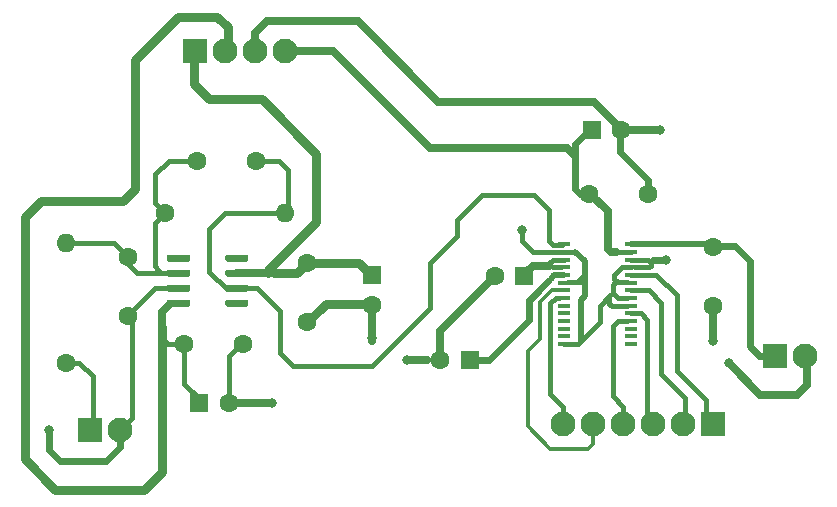
<source format=gtl>
G04 #@! TF.GenerationSoftware,KiCad,Pcbnew,(5.1.2)-1*
G04 #@! TF.CreationDate,2019-12-18T16:16:50-05:00*
G04 #@! TF.ProjectId,adcBoard,61646342-6f61-4726-942e-6b696361645f,rev?*
G04 #@! TF.SameCoordinates,Original*
G04 #@! TF.FileFunction,Copper,L1,Top*
G04 #@! TF.FilePolarity,Positive*
%FSLAX46Y46*%
G04 Gerber Fmt 4.6, Leading zero omitted, Abs format (unit mm)*
G04 Created by KiCad (PCBNEW (5.1.2)-1) date 2019-12-18 16:16:50*
%MOMM*%
%LPD*%
G04 APERTURE LIST*
%ADD10R,1.100000X0.400000*%
%ADD11R,1.600000X1.600000*%
%ADD12C,1.600000*%
%ADD13R,2.100000X2.100000*%
%ADD14C,2.100000*%
%ADD15O,1.600000X1.600000*%
%ADD16C,0.100000*%
%ADD17C,0.600000*%
%ADD18C,0.800000*%
%ADD19C,0.800000*%
%ADD20C,0.450000*%
%ADD21C,0.700000*%
%ADD22C,0.400000*%
%ADD23C,0.500000*%
%ADD24C,0.600000*%
%ADD25C,0.250000*%
%ADD26C,0.380000*%
G04 APERTURE END LIST*
D10*
X114150000Y-105675000D03*
X114150000Y-106325000D03*
X114150000Y-106975000D03*
X114150000Y-107625000D03*
X114150000Y-108275000D03*
X114150000Y-108925000D03*
X114150000Y-109575000D03*
X114150000Y-110225000D03*
X114150000Y-110875000D03*
X114150000Y-111525000D03*
X114150000Y-112175000D03*
X114150000Y-112825000D03*
X114150000Y-113475000D03*
X114150000Y-114125000D03*
X119850000Y-114125000D03*
X119850000Y-113475000D03*
X119850000Y-112825000D03*
X119850000Y-112175000D03*
X119850000Y-111525000D03*
X119850000Y-110875000D03*
X119850000Y-110225000D03*
X119850000Y-109575000D03*
X119850000Y-108925000D03*
X119850000Y-108275000D03*
X119850000Y-107625000D03*
X119850000Y-106975000D03*
X119850000Y-106325000D03*
X119850000Y-105675000D03*
D11*
X97900000Y-108300000D03*
D12*
X97900000Y-110800000D03*
X92400000Y-107300000D03*
X92400000Y-112300000D03*
X77250000Y-111750000D03*
X77250000Y-106750000D03*
X85800000Y-119100000D03*
D11*
X83300000Y-119100000D03*
D12*
X87000000Y-114100000D03*
X82000000Y-114100000D03*
X83100000Y-98600000D03*
X88100000Y-98600000D03*
X108300000Y-108400000D03*
D11*
X110800000Y-108400000D03*
X106200000Y-115500000D03*
D12*
X103700000Y-115500000D03*
X126800000Y-105900000D03*
X126800000Y-110900000D03*
X121300000Y-101400000D03*
X116300000Y-101400000D03*
D11*
X116500000Y-96000000D03*
D12*
X119000000Y-96000000D03*
D13*
X74000000Y-121400000D03*
D14*
X76540000Y-121400000D03*
X114100000Y-120900000D03*
X116640000Y-120900000D03*
X119180000Y-120900000D03*
X121720000Y-120900000D03*
X124260000Y-120900000D03*
D13*
X126800000Y-120900000D03*
D15*
X72000000Y-105540000D03*
D12*
X72000000Y-115700000D03*
X80340000Y-103000000D03*
D15*
X90500000Y-103000000D03*
D16*
G36*
X82364703Y-106545722D02*
G01*
X82379264Y-106547882D01*
X82393543Y-106551459D01*
X82407403Y-106556418D01*
X82420710Y-106562712D01*
X82433336Y-106570280D01*
X82445159Y-106579048D01*
X82456066Y-106588934D01*
X82465952Y-106599841D01*
X82474720Y-106611664D01*
X82482288Y-106624290D01*
X82488582Y-106637597D01*
X82493541Y-106651457D01*
X82497118Y-106665736D01*
X82499278Y-106680297D01*
X82500000Y-106695000D01*
X82500000Y-106995000D01*
X82499278Y-107009703D01*
X82497118Y-107024264D01*
X82493541Y-107038543D01*
X82488582Y-107052403D01*
X82482288Y-107065710D01*
X82474720Y-107078336D01*
X82465952Y-107090159D01*
X82456066Y-107101066D01*
X82445159Y-107110952D01*
X82433336Y-107119720D01*
X82420710Y-107127288D01*
X82407403Y-107133582D01*
X82393543Y-107138541D01*
X82379264Y-107142118D01*
X82364703Y-107144278D01*
X82350000Y-107145000D01*
X80700000Y-107145000D01*
X80685297Y-107144278D01*
X80670736Y-107142118D01*
X80656457Y-107138541D01*
X80642597Y-107133582D01*
X80629290Y-107127288D01*
X80616664Y-107119720D01*
X80604841Y-107110952D01*
X80593934Y-107101066D01*
X80584048Y-107090159D01*
X80575280Y-107078336D01*
X80567712Y-107065710D01*
X80561418Y-107052403D01*
X80556459Y-107038543D01*
X80552882Y-107024264D01*
X80550722Y-107009703D01*
X80550000Y-106995000D01*
X80550000Y-106695000D01*
X80550722Y-106680297D01*
X80552882Y-106665736D01*
X80556459Y-106651457D01*
X80561418Y-106637597D01*
X80567712Y-106624290D01*
X80575280Y-106611664D01*
X80584048Y-106599841D01*
X80593934Y-106588934D01*
X80604841Y-106579048D01*
X80616664Y-106570280D01*
X80629290Y-106562712D01*
X80642597Y-106556418D01*
X80656457Y-106551459D01*
X80670736Y-106547882D01*
X80685297Y-106545722D01*
X80700000Y-106545000D01*
X82350000Y-106545000D01*
X82364703Y-106545722D01*
X82364703Y-106545722D01*
G37*
D17*
X81525000Y-106845000D03*
D16*
G36*
X82364703Y-107815722D02*
G01*
X82379264Y-107817882D01*
X82393543Y-107821459D01*
X82407403Y-107826418D01*
X82420710Y-107832712D01*
X82433336Y-107840280D01*
X82445159Y-107849048D01*
X82456066Y-107858934D01*
X82465952Y-107869841D01*
X82474720Y-107881664D01*
X82482288Y-107894290D01*
X82488582Y-107907597D01*
X82493541Y-107921457D01*
X82497118Y-107935736D01*
X82499278Y-107950297D01*
X82500000Y-107965000D01*
X82500000Y-108265000D01*
X82499278Y-108279703D01*
X82497118Y-108294264D01*
X82493541Y-108308543D01*
X82488582Y-108322403D01*
X82482288Y-108335710D01*
X82474720Y-108348336D01*
X82465952Y-108360159D01*
X82456066Y-108371066D01*
X82445159Y-108380952D01*
X82433336Y-108389720D01*
X82420710Y-108397288D01*
X82407403Y-108403582D01*
X82393543Y-108408541D01*
X82379264Y-108412118D01*
X82364703Y-108414278D01*
X82350000Y-108415000D01*
X80700000Y-108415000D01*
X80685297Y-108414278D01*
X80670736Y-108412118D01*
X80656457Y-108408541D01*
X80642597Y-108403582D01*
X80629290Y-108397288D01*
X80616664Y-108389720D01*
X80604841Y-108380952D01*
X80593934Y-108371066D01*
X80584048Y-108360159D01*
X80575280Y-108348336D01*
X80567712Y-108335710D01*
X80561418Y-108322403D01*
X80556459Y-108308543D01*
X80552882Y-108294264D01*
X80550722Y-108279703D01*
X80550000Y-108265000D01*
X80550000Y-107965000D01*
X80550722Y-107950297D01*
X80552882Y-107935736D01*
X80556459Y-107921457D01*
X80561418Y-107907597D01*
X80567712Y-107894290D01*
X80575280Y-107881664D01*
X80584048Y-107869841D01*
X80593934Y-107858934D01*
X80604841Y-107849048D01*
X80616664Y-107840280D01*
X80629290Y-107832712D01*
X80642597Y-107826418D01*
X80656457Y-107821459D01*
X80670736Y-107817882D01*
X80685297Y-107815722D01*
X80700000Y-107815000D01*
X82350000Y-107815000D01*
X82364703Y-107815722D01*
X82364703Y-107815722D01*
G37*
D17*
X81525000Y-108115000D03*
D16*
G36*
X82364703Y-109085722D02*
G01*
X82379264Y-109087882D01*
X82393543Y-109091459D01*
X82407403Y-109096418D01*
X82420710Y-109102712D01*
X82433336Y-109110280D01*
X82445159Y-109119048D01*
X82456066Y-109128934D01*
X82465952Y-109139841D01*
X82474720Y-109151664D01*
X82482288Y-109164290D01*
X82488582Y-109177597D01*
X82493541Y-109191457D01*
X82497118Y-109205736D01*
X82499278Y-109220297D01*
X82500000Y-109235000D01*
X82500000Y-109535000D01*
X82499278Y-109549703D01*
X82497118Y-109564264D01*
X82493541Y-109578543D01*
X82488582Y-109592403D01*
X82482288Y-109605710D01*
X82474720Y-109618336D01*
X82465952Y-109630159D01*
X82456066Y-109641066D01*
X82445159Y-109650952D01*
X82433336Y-109659720D01*
X82420710Y-109667288D01*
X82407403Y-109673582D01*
X82393543Y-109678541D01*
X82379264Y-109682118D01*
X82364703Y-109684278D01*
X82350000Y-109685000D01*
X80700000Y-109685000D01*
X80685297Y-109684278D01*
X80670736Y-109682118D01*
X80656457Y-109678541D01*
X80642597Y-109673582D01*
X80629290Y-109667288D01*
X80616664Y-109659720D01*
X80604841Y-109650952D01*
X80593934Y-109641066D01*
X80584048Y-109630159D01*
X80575280Y-109618336D01*
X80567712Y-109605710D01*
X80561418Y-109592403D01*
X80556459Y-109578543D01*
X80552882Y-109564264D01*
X80550722Y-109549703D01*
X80550000Y-109535000D01*
X80550000Y-109235000D01*
X80550722Y-109220297D01*
X80552882Y-109205736D01*
X80556459Y-109191457D01*
X80561418Y-109177597D01*
X80567712Y-109164290D01*
X80575280Y-109151664D01*
X80584048Y-109139841D01*
X80593934Y-109128934D01*
X80604841Y-109119048D01*
X80616664Y-109110280D01*
X80629290Y-109102712D01*
X80642597Y-109096418D01*
X80656457Y-109091459D01*
X80670736Y-109087882D01*
X80685297Y-109085722D01*
X80700000Y-109085000D01*
X82350000Y-109085000D01*
X82364703Y-109085722D01*
X82364703Y-109085722D01*
G37*
D17*
X81525000Y-109385000D03*
D16*
G36*
X82364703Y-110355722D02*
G01*
X82379264Y-110357882D01*
X82393543Y-110361459D01*
X82407403Y-110366418D01*
X82420710Y-110372712D01*
X82433336Y-110380280D01*
X82445159Y-110389048D01*
X82456066Y-110398934D01*
X82465952Y-110409841D01*
X82474720Y-110421664D01*
X82482288Y-110434290D01*
X82488582Y-110447597D01*
X82493541Y-110461457D01*
X82497118Y-110475736D01*
X82499278Y-110490297D01*
X82500000Y-110505000D01*
X82500000Y-110805000D01*
X82499278Y-110819703D01*
X82497118Y-110834264D01*
X82493541Y-110848543D01*
X82488582Y-110862403D01*
X82482288Y-110875710D01*
X82474720Y-110888336D01*
X82465952Y-110900159D01*
X82456066Y-110911066D01*
X82445159Y-110920952D01*
X82433336Y-110929720D01*
X82420710Y-110937288D01*
X82407403Y-110943582D01*
X82393543Y-110948541D01*
X82379264Y-110952118D01*
X82364703Y-110954278D01*
X82350000Y-110955000D01*
X80700000Y-110955000D01*
X80685297Y-110954278D01*
X80670736Y-110952118D01*
X80656457Y-110948541D01*
X80642597Y-110943582D01*
X80629290Y-110937288D01*
X80616664Y-110929720D01*
X80604841Y-110920952D01*
X80593934Y-110911066D01*
X80584048Y-110900159D01*
X80575280Y-110888336D01*
X80567712Y-110875710D01*
X80561418Y-110862403D01*
X80556459Y-110848543D01*
X80552882Y-110834264D01*
X80550722Y-110819703D01*
X80550000Y-110805000D01*
X80550000Y-110505000D01*
X80550722Y-110490297D01*
X80552882Y-110475736D01*
X80556459Y-110461457D01*
X80561418Y-110447597D01*
X80567712Y-110434290D01*
X80575280Y-110421664D01*
X80584048Y-110409841D01*
X80593934Y-110398934D01*
X80604841Y-110389048D01*
X80616664Y-110380280D01*
X80629290Y-110372712D01*
X80642597Y-110366418D01*
X80656457Y-110361459D01*
X80670736Y-110357882D01*
X80685297Y-110355722D01*
X80700000Y-110355000D01*
X82350000Y-110355000D01*
X82364703Y-110355722D01*
X82364703Y-110355722D01*
G37*
D17*
X81525000Y-110655000D03*
D16*
G36*
X87314703Y-110355722D02*
G01*
X87329264Y-110357882D01*
X87343543Y-110361459D01*
X87357403Y-110366418D01*
X87370710Y-110372712D01*
X87383336Y-110380280D01*
X87395159Y-110389048D01*
X87406066Y-110398934D01*
X87415952Y-110409841D01*
X87424720Y-110421664D01*
X87432288Y-110434290D01*
X87438582Y-110447597D01*
X87443541Y-110461457D01*
X87447118Y-110475736D01*
X87449278Y-110490297D01*
X87450000Y-110505000D01*
X87450000Y-110805000D01*
X87449278Y-110819703D01*
X87447118Y-110834264D01*
X87443541Y-110848543D01*
X87438582Y-110862403D01*
X87432288Y-110875710D01*
X87424720Y-110888336D01*
X87415952Y-110900159D01*
X87406066Y-110911066D01*
X87395159Y-110920952D01*
X87383336Y-110929720D01*
X87370710Y-110937288D01*
X87357403Y-110943582D01*
X87343543Y-110948541D01*
X87329264Y-110952118D01*
X87314703Y-110954278D01*
X87300000Y-110955000D01*
X85650000Y-110955000D01*
X85635297Y-110954278D01*
X85620736Y-110952118D01*
X85606457Y-110948541D01*
X85592597Y-110943582D01*
X85579290Y-110937288D01*
X85566664Y-110929720D01*
X85554841Y-110920952D01*
X85543934Y-110911066D01*
X85534048Y-110900159D01*
X85525280Y-110888336D01*
X85517712Y-110875710D01*
X85511418Y-110862403D01*
X85506459Y-110848543D01*
X85502882Y-110834264D01*
X85500722Y-110819703D01*
X85500000Y-110805000D01*
X85500000Y-110505000D01*
X85500722Y-110490297D01*
X85502882Y-110475736D01*
X85506459Y-110461457D01*
X85511418Y-110447597D01*
X85517712Y-110434290D01*
X85525280Y-110421664D01*
X85534048Y-110409841D01*
X85543934Y-110398934D01*
X85554841Y-110389048D01*
X85566664Y-110380280D01*
X85579290Y-110372712D01*
X85592597Y-110366418D01*
X85606457Y-110361459D01*
X85620736Y-110357882D01*
X85635297Y-110355722D01*
X85650000Y-110355000D01*
X87300000Y-110355000D01*
X87314703Y-110355722D01*
X87314703Y-110355722D01*
G37*
D17*
X86475000Y-110655000D03*
D16*
G36*
X87314703Y-109085722D02*
G01*
X87329264Y-109087882D01*
X87343543Y-109091459D01*
X87357403Y-109096418D01*
X87370710Y-109102712D01*
X87383336Y-109110280D01*
X87395159Y-109119048D01*
X87406066Y-109128934D01*
X87415952Y-109139841D01*
X87424720Y-109151664D01*
X87432288Y-109164290D01*
X87438582Y-109177597D01*
X87443541Y-109191457D01*
X87447118Y-109205736D01*
X87449278Y-109220297D01*
X87450000Y-109235000D01*
X87450000Y-109535000D01*
X87449278Y-109549703D01*
X87447118Y-109564264D01*
X87443541Y-109578543D01*
X87438582Y-109592403D01*
X87432288Y-109605710D01*
X87424720Y-109618336D01*
X87415952Y-109630159D01*
X87406066Y-109641066D01*
X87395159Y-109650952D01*
X87383336Y-109659720D01*
X87370710Y-109667288D01*
X87357403Y-109673582D01*
X87343543Y-109678541D01*
X87329264Y-109682118D01*
X87314703Y-109684278D01*
X87300000Y-109685000D01*
X85650000Y-109685000D01*
X85635297Y-109684278D01*
X85620736Y-109682118D01*
X85606457Y-109678541D01*
X85592597Y-109673582D01*
X85579290Y-109667288D01*
X85566664Y-109659720D01*
X85554841Y-109650952D01*
X85543934Y-109641066D01*
X85534048Y-109630159D01*
X85525280Y-109618336D01*
X85517712Y-109605710D01*
X85511418Y-109592403D01*
X85506459Y-109578543D01*
X85502882Y-109564264D01*
X85500722Y-109549703D01*
X85500000Y-109535000D01*
X85500000Y-109235000D01*
X85500722Y-109220297D01*
X85502882Y-109205736D01*
X85506459Y-109191457D01*
X85511418Y-109177597D01*
X85517712Y-109164290D01*
X85525280Y-109151664D01*
X85534048Y-109139841D01*
X85543934Y-109128934D01*
X85554841Y-109119048D01*
X85566664Y-109110280D01*
X85579290Y-109102712D01*
X85592597Y-109096418D01*
X85606457Y-109091459D01*
X85620736Y-109087882D01*
X85635297Y-109085722D01*
X85650000Y-109085000D01*
X87300000Y-109085000D01*
X87314703Y-109085722D01*
X87314703Y-109085722D01*
G37*
D17*
X86475000Y-109385000D03*
D16*
G36*
X87314703Y-107815722D02*
G01*
X87329264Y-107817882D01*
X87343543Y-107821459D01*
X87357403Y-107826418D01*
X87370710Y-107832712D01*
X87383336Y-107840280D01*
X87395159Y-107849048D01*
X87406066Y-107858934D01*
X87415952Y-107869841D01*
X87424720Y-107881664D01*
X87432288Y-107894290D01*
X87438582Y-107907597D01*
X87443541Y-107921457D01*
X87447118Y-107935736D01*
X87449278Y-107950297D01*
X87450000Y-107965000D01*
X87450000Y-108265000D01*
X87449278Y-108279703D01*
X87447118Y-108294264D01*
X87443541Y-108308543D01*
X87438582Y-108322403D01*
X87432288Y-108335710D01*
X87424720Y-108348336D01*
X87415952Y-108360159D01*
X87406066Y-108371066D01*
X87395159Y-108380952D01*
X87383336Y-108389720D01*
X87370710Y-108397288D01*
X87357403Y-108403582D01*
X87343543Y-108408541D01*
X87329264Y-108412118D01*
X87314703Y-108414278D01*
X87300000Y-108415000D01*
X85650000Y-108415000D01*
X85635297Y-108414278D01*
X85620736Y-108412118D01*
X85606457Y-108408541D01*
X85592597Y-108403582D01*
X85579290Y-108397288D01*
X85566664Y-108389720D01*
X85554841Y-108380952D01*
X85543934Y-108371066D01*
X85534048Y-108360159D01*
X85525280Y-108348336D01*
X85517712Y-108335710D01*
X85511418Y-108322403D01*
X85506459Y-108308543D01*
X85502882Y-108294264D01*
X85500722Y-108279703D01*
X85500000Y-108265000D01*
X85500000Y-107965000D01*
X85500722Y-107950297D01*
X85502882Y-107935736D01*
X85506459Y-107921457D01*
X85511418Y-107907597D01*
X85517712Y-107894290D01*
X85525280Y-107881664D01*
X85534048Y-107869841D01*
X85543934Y-107858934D01*
X85554841Y-107849048D01*
X85566664Y-107840280D01*
X85579290Y-107832712D01*
X85592597Y-107826418D01*
X85606457Y-107821459D01*
X85620736Y-107817882D01*
X85635297Y-107815722D01*
X85650000Y-107815000D01*
X87300000Y-107815000D01*
X87314703Y-107815722D01*
X87314703Y-107815722D01*
G37*
D17*
X86475000Y-108115000D03*
D16*
G36*
X87314703Y-106545722D02*
G01*
X87329264Y-106547882D01*
X87343543Y-106551459D01*
X87357403Y-106556418D01*
X87370710Y-106562712D01*
X87383336Y-106570280D01*
X87395159Y-106579048D01*
X87406066Y-106588934D01*
X87415952Y-106599841D01*
X87424720Y-106611664D01*
X87432288Y-106624290D01*
X87438582Y-106637597D01*
X87443541Y-106651457D01*
X87447118Y-106665736D01*
X87449278Y-106680297D01*
X87450000Y-106695000D01*
X87450000Y-106995000D01*
X87449278Y-107009703D01*
X87447118Y-107024264D01*
X87443541Y-107038543D01*
X87438582Y-107052403D01*
X87432288Y-107065710D01*
X87424720Y-107078336D01*
X87415952Y-107090159D01*
X87406066Y-107101066D01*
X87395159Y-107110952D01*
X87383336Y-107119720D01*
X87370710Y-107127288D01*
X87357403Y-107133582D01*
X87343543Y-107138541D01*
X87329264Y-107142118D01*
X87314703Y-107144278D01*
X87300000Y-107145000D01*
X85650000Y-107145000D01*
X85635297Y-107144278D01*
X85620736Y-107142118D01*
X85606457Y-107138541D01*
X85592597Y-107133582D01*
X85579290Y-107127288D01*
X85566664Y-107119720D01*
X85554841Y-107110952D01*
X85543934Y-107101066D01*
X85534048Y-107090159D01*
X85525280Y-107078336D01*
X85517712Y-107065710D01*
X85511418Y-107052403D01*
X85506459Y-107038543D01*
X85502882Y-107024264D01*
X85500722Y-107009703D01*
X85500000Y-106995000D01*
X85500000Y-106695000D01*
X85500722Y-106680297D01*
X85502882Y-106665736D01*
X85506459Y-106651457D01*
X85511418Y-106637597D01*
X85517712Y-106624290D01*
X85525280Y-106611664D01*
X85534048Y-106599841D01*
X85543934Y-106588934D01*
X85554841Y-106579048D01*
X85566664Y-106570280D01*
X85579290Y-106562712D01*
X85592597Y-106556418D01*
X85606457Y-106551459D01*
X85620736Y-106547882D01*
X85635297Y-106545722D01*
X85650000Y-106545000D01*
X87300000Y-106545000D01*
X87314703Y-106545722D01*
X87314703Y-106545722D01*
G37*
D17*
X86475000Y-106845000D03*
D13*
X132000000Y-115100000D03*
D14*
X134540000Y-115100000D03*
D13*
X82900000Y-89300000D03*
D14*
X85440000Y-89300000D03*
X87980000Y-89300000D03*
X90520000Y-89300000D03*
D18*
X89400000Y-119100000D03*
X110600000Y-104500000D03*
X100900000Y-115500000D03*
X97900000Y-113600000D03*
X70600000Y-121400000D03*
X126800000Y-113900000D03*
X128100000Y-115700000D03*
X122800000Y-107000000D03*
X122300000Y-96000000D03*
D19*
X91585000Y-108115000D02*
X92700000Y-107000000D01*
X89585000Y-108115000D02*
X91585000Y-108115000D01*
D20*
X92700000Y-107000000D02*
X92800000Y-107000000D01*
D19*
X92400000Y-107300000D02*
X96800000Y-107300000D01*
X96800000Y-107300000D02*
X97700000Y-108200000D01*
D21*
X86475000Y-108115000D02*
X89115000Y-108115000D01*
D20*
X89115000Y-108115000D02*
X89585000Y-108115000D01*
D19*
X89115000Y-108115000D02*
X89115000Y-107885000D01*
X82800000Y-92100000D02*
X82800000Y-89200000D01*
X84100000Y-93400000D02*
X82800000Y-92100000D01*
X88600000Y-93400000D02*
X84100000Y-93400000D01*
X93200000Y-98000000D02*
X88600000Y-93400000D01*
X93200000Y-103800000D02*
X93200000Y-98000000D01*
X89115000Y-107885000D02*
X93200000Y-103800000D01*
D20*
X77250000Y-106750000D02*
X77250000Y-107350000D01*
X78000000Y-108100000D02*
X81000000Y-108100000D01*
X77250000Y-107350000D02*
X78000000Y-108100000D01*
X72000000Y-105540000D02*
X76040000Y-105540000D01*
X76040000Y-105540000D02*
X77100000Y-106600000D01*
X79500001Y-104799999D02*
X79500000Y-104800000D01*
X79500000Y-104800000D02*
X79500000Y-107000000D01*
X79500000Y-107000000D02*
X79500000Y-107500000D01*
X79500000Y-107500000D02*
X79900000Y-107900000D01*
X79500000Y-104800000D02*
X79500000Y-103900000D01*
X79500000Y-103900000D02*
X80300000Y-103100000D01*
X79540001Y-102200001D02*
X79540001Y-99759999D01*
X80340000Y-103000000D02*
X79540001Y-102200001D01*
X79540001Y-99759999D02*
X80700000Y-98600000D01*
X80700000Y-98600000D02*
X82900000Y-98600000D01*
X82000000Y-114100000D02*
X80600000Y-114100000D01*
X80600000Y-114100000D02*
X80100000Y-113600000D01*
X82000000Y-114100000D02*
X82000000Y-117500000D01*
X82000000Y-117500000D02*
X83400000Y-118900000D01*
D19*
X80100000Y-112700000D02*
X80100000Y-120319002D01*
X85700000Y-87300000D02*
X85700000Y-89300000D01*
X84800000Y-86400000D02*
X85700000Y-87300000D01*
X81500000Y-86400000D02*
X84800000Y-86400000D01*
X77800000Y-90100000D02*
X81500000Y-86400000D01*
X77800000Y-97400000D02*
X77800000Y-90100000D01*
X80100000Y-113000000D02*
X80100000Y-112700000D01*
X80100000Y-120319002D02*
X80100000Y-125000000D01*
X80100000Y-125000000D02*
X78600000Y-126500000D01*
X78600000Y-126500000D02*
X71100000Y-126500000D01*
X71100000Y-126500000D02*
X68500000Y-123900000D01*
X68500000Y-123900000D02*
X68500000Y-103400000D01*
X68500000Y-103400000D02*
X69900000Y-102000000D01*
X69900000Y-102000000D02*
X76800000Y-102000000D01*
X76800000Y-102000000D02*
X77800000Y-101000000D01*
X77800000Y-101000000D02*
X77800000Y-97400000D01*
D21*
X80100000Y-113000000D02*
X80100000Y-111400000D01*
D20*
X80100000Y-113600000D02*
X80100000Y-113000000D01*
D21*
X80100000Y-111400000D02*
X80700000Y-110800000D01*
D20*
X90500000Y-103000000D02*
X89368630Y-103000000D01*
X89368630Y-103000000D02*
X85500000Y-103000000D01*
X85500000Y-103000000D02*
X84100000Y-104400000D01*
X84100000Y-104400000D02*
X84100000Y-108000000D01*
X84100000Y-108000000D02*
X85600000Y-109500000D01*
X88100000Y-98600000D02*
X89400000Y-98600000D01*
X89400000Y-98600000D02*
X90000000Y-98600000D01*
X90000000Y-98600000D02*
X90800000Y-99400000D01*
X90800000Y-99400000D02*
X90800000Y-102700000D01*
D22*
X113200000Y-105700000D02*
X114000000Y-105700000D01*
X112900000Y-105400000D02*
X113200000Y-105700000D01*
X111600000Y-101500000D02*
X112900000Y-102800000D01*
X107200000Y-101500000D02*
X111600000Y-101500000D01*
X105100000Y-103600000D02*
X107200000Y-101500000D01*
X105100000Y-105000000D02*
X105100000Y-103600000D01*
X102800000Y-107300000D02*
X105100000Y-105000000D01*
X112900000Y-102800000D02*
X112900000Y-105400000D01*
X102800000Y-111100000D02*
X102800000Y-107300000D01*
X88185000Y-109385000D02*
X90100000Y-111300000D01*
X86475000Y-109385000D02*
X88185000Y-109385000D01*
X90100000Y-111300000D02*
X90100000Y-114900000D01*
X90100000Y-114900000D02*
X91200000Y-116000000D01*
X91200000Y-116000000D02*
X97900000Y-116000000D01*
X97900000Y-116000000D02*
X102800000Y-111100000D01*
D23*
X114150000Y-108275000D02*
X113350000Y-108275000D01*
D24*
X111200000Y-110425000D02*
X111200000Y-112100000D01*
X111200000Y-112100000D02*
X107800000Y-115500000D01*
X107800000Y-115500000D02*
X106100000Y-115500000D01*
X111200000Y-110425000D02*
X111925001Y-109699999D01*
D23*
X113025000Y-108600000D02*
X113350000Y-108275000D01*
D24*
X111925001Y-109699999D02*
X111925001Y-109674999D01*
X111925001Y-109674999D02*
X112800000Y-108800000D01*
D22*
X111500000Y-106300000D02*
X110600000Y-105400000D01*
X110600000Y-105400000D02*
X110600000Y-104500000D01*
X112600000Y-106300000D02*
X111500000Y-106300000D01*
X112625000Y-106325000D02*
X112600000Y-106300000D01*
X114150000Y-106325000D02*
X112625000Y-106325000D01*
D20*
X81525000Y-109385000D02*
X79515000Y-109385000D01*
X77500000Y-111400000D02*
X77500000Y-111500000D01*
X79515000Y-109385000D02*
X77500000Y-111400000D01*
X77589999Y-120350001D02*
X77589999Y-112389999D01*
X76540000Y-121400000D02*
X77589999Y-120350001D01*
X77589999Y-112389999D02*
X77200000Y-112000000D01*
D19*
X92400000Y-112300000D02*
X94000000Y-110700000D01*
X94000000Y-110700000D02*
X97800000Y-110700000D01*
D20*
X85800000Y-119100000D02*
X85800000Y-115100000D01*
X85800000Y-115100000D02*
X86900000Y-114000000D01*
D24*
X121300000Y-100268630D02*
X118900000Y-97868630D01*
X118900000Y-97868630D02*
X118900000Y-96300000D01*
X121300000Y-101400000D02*
X121300000Y-100268630D01*
D21*
X85800000Y-119100000D02*
X89400000Y-119100000D01*
D25*
X97900000Y-113900000D02*
X97800000Y-114000000D01*
D21*
X97900000Y-110800000D02*
X97900000Y-113900000D01*
D24*
X71500000Y-124000000D02*
X70600000Y-123100000D01*
X70600000Y-123100000D02*
X70600000Y-121400000D01*
X75424924Y-124000000D02*
X71500000Y-124000000D01*
X76540000Y-121400000D02*
X76540000Y-122884924D01*
X76540000Y-122884924D02*
X75424924Y-124000000D01*
D21*
X102568630Y-115500000D02*
X100900000Y-115500000D01*
D25*
X103700000Y-115500000D02*
X102568630Y-115500000D01*
X119000000Y-96000000D02*
X118800000Y-96000000D01*
D21*
X87980000Y-87815076D02*
X88995076Y-86800000D01*
X116700000Y-93600000D02*
X119200000Y-96100000D01*
X103500000Y-93600000D02*
X116700000Y-93600000D01*
X96700000Y-86800000D02*
X103500000Y-93600000D01*
X88995076Y-86800000D02*
X96700000Y-86800000D01*
X87980000Y-89300000D02*
X87980000Y-87815076D01*
D22*
X114150000Y-106325000D02*
X115125000Y-106325000D01*
D20*
X115500000Y-108900000D02*
X114500000Y-108900000D01*
D23*
X115900000Y-108400000D02*
X115400000Y-108900000D01*
X115900000Y-107100000D02*
X115900000Y-108400000D01*
X115125000Y-106325000D02*
X115900000Y-107100000D01*
D21*
X103700000Y-115500000D02*
X103700000Y-113000000D01*
X103700000Y-113000000D02*
X108300000Y-108400000D01*
X119000000Y-96000000D02*
X122300000Y-96000000D01*
D22*
X119850000Y-106975000D02*
X121275000Y-106975000D01*
X121400000Y-107600000D02*
X120200000Y-107600000D01*
X121500000Y-107500000D02*
X121400000Y-107600000D01*
X121500000Y-107200000D02*
X121500000Y-107500000D01*
X121275000Y-106975000D02*
X121500000Y-107200000D01*
X119050000Y-107625000D02*
X118400000Y-108275000D01*
X119850000Y-107625000D02*
X119050000Y-107625000D01*
X118400000Y-108275000D02*
X118400000Y-108600000D01*
X118400000Y-108600000D02*
X118700000Y-108900000D01*
X118700000Y-108900000D02*
X119500000Y-108900000D01*
X118700000Y-108900000D02*
X118500000Y-108900000D01*
X118300000Y-109100000D02*
X118300000Y-109800000D01*
X118500000Y-108900000D02*
X118300000Y-109100000D01*
X118700000Y-110200000D02*
X119500000Y-110200000D01*
X118300000Y-109800000D02*
X118700000Y-110200000D01*
X119500000Y-110900000D02*
X118375000Y-110900000D01*
X118200000Y-110900000D02*
X118000000Y-110700000D01*
X118375000Y-110900000D02*
X118200000Y-110900000D01*
X118000000Y-110700000D02*
X118000000Y-110100000D01*
X118000000Y-110100000D02*
X118300000Y-109800000D01*
D25*
X119850000Y-110875000D02*
X119500000Y-110875000D01*
X119500000Y-110875000D02*
X119425000Y-110800000D01*
X126800000Y-113900000D02*
X126700000Y-114000000D01*
D21*
X126800000Y-110900000D02*
X126800000Y-113900000D01*
X133900000Y-118400000D02*
X134700000Y-117600000D01*
X130800000Y-118400000D02*
X133900000Y-118400000D01*
X128100000Y-115700000D02*
X130800000Y-118400000D01*
X134700000Y-117600000D02*
X134700000Y-115200000D01*
D24*
X121500000Y-107200000D02*
X121700000Y-107000000D01*
X121700000Y-107000000D02*
X122800000Y-107000000D01*
D22*
X114150000Y-114125000D02*
X115375000Y-114125000D01*
X117200000Y-112300000D02*
X117200000Y-110900000D01*
X117200000Y-110900000D02*
X118000000Y-110100000D01*
D23*
X115600000Y-113900000D02*
X115600000Y-110400000D01*
D22*
X115600000Y-113900000D02*
X117200000Y-112300000D01*
X115375000Y-114125000D02*
X115600000Y-113900000D01*
D23*
X115900000Y-110100000D02*
X115900000Y-108400000D01*
X115600000Y-110400000D02*
X115900000Y-110100000D01*
D25*
X122300000Y-96000000D02*
X122400000Y-96100000D01*
D20*
X73131370Y-115700000D02*
X74300000Y-116868630D01*
X72000000Y-115700000D02*
X73131370Y-115700000D01*
X74300000Y-116868630D02*
X74300000Y-121200000D01*
X74300000Y-121200000D02*
X74200000Y-121300000D01*
D22*
X114100000Y-119415076D02*
X113000000Y-118315076D01*
X113489998Y-110200000D02*
X113700000Y-110200000D01*
X113000000Y-118315076D02*
X113000000Y-110689998D01*
X113000000Y-110689998D02*
X113489998Y-110200000D01*
X114100000Y-120900000D02*
X114100000Y-119415076D01*
D26*
X114150000Y-109575000D02*
X113125000Y-109575000D01*
X116600000Y-122600000D02*
X116600000Y-120800000D01*
X116200000Y-123000000D02*
X116600000Y-122600000D01*
X113000000Y-123000000D02*
X116200000Y-123000000D01*
X111100000Y-121100000D02*
X113000000Y-123000000D01*
X111100000Y-114700000D02*
X111100000Y-121100000D01*
X112100000Y-113700000D02*
X111100000Y-114700000D01*
X112100000Y-110600000D02*
X112100000Y-113700000D01*
X113125000Y-109575000D02*
X112100000Y-110600000D01*
D22*
X119180000Y-119415076D02*
X118300000Y-118535076D01*
X118700000Y-112200000D02*
X119500000Y-112200000D01*
X118300000Y-112600000D02*
X118700000Y-112200000D01*
X118300000Y-118535076D02*
X118300000Y-112600000D01*
X119180000Y-120900000D02*
X119180000Y-119415076D01*
X120650000Y-111525000D02*
X121200000Y-112075000D01*
X121200000Y-112075000D02*
X121200000Y-120700000D01*
X119850000Y-111525000D02*
X120650000Y-111525000D01*
X121348002Y-109575000D02*
X122400000Y-110626998D01*
X124400000Y-118700000D02*
X124400000Y-120800000D01*
X122400000Y-116700000D02*
X124400000Y-118700000D01*
X122400000Y-110626998D02*
X122400000Y-116700000D01*
X119850000Y-109575000D02*
X121348002Y-109575000D01*
X119850000Y-108275000D02*
X121975000Y-108275000D01*
X126200000Y-118900000D02*
X126200000Y-120100000D01*
X123700000Y-116400000D02*
X126200000Y-118900000D01*
X123700000Y-110000000D02*
X123700000Y-116400000D01*
X121975000Y-108275000D02*
X123700000Y-110000000D01*
D23*
X119850000Y-105675000D02*
X126475000Y-105675000D01*
D25*
X126475000Y-105675000D02*
X126700000Y-105900000D01*
D24*
X130700000Y-115100000D02*
X129900000Y-114300000D01*
X128600000Y-105800000D02*
X126900000Y-105800000D01*
X129900000Y-107100000D02*
X128600000Y-105800000D01*
X129900000Y-114300000D02*
X129900000Y-107100000D01*
X132000000Y-115100000D02*
X130700000Y-115100000D01*
D22*
X119850000Y-106325000D02*
X118525000Y-106325000D01*
D24*
X115100000Y-97200000D02*
X116400000Y-95900000D01*
X115500000Y-101400000D02*
X115100000Y-101000000D01*
X116300000Y-101400000D02*
X115500000Y-101400000D01*
D21*
X117900000Y-102900000D02*
X116400000Y-101400000D01*
X117900000Y-104100000D02*
X117900000Y-102900000D01*
X118525000Y-106325000D02*
X118125000Y-106325000D01*
X117900000Y-106100000D02*
X117900000Y-104100000D01*
X118125000Y-106325000D02*
X117900000Y-106100000D01*
X90520000Y-89300000D02*
X94600000Y-89300000D01*
X102800000Y-97500000D02*
X114400000Y-97500000D01*
X114400000Y-97500000D02*
X115100000Y-98200000D01*
X94600000Y-89300000D02*
X102800000Y-97500000D01*
D24*
X115100000Y-101000000D02*
X115100000Y-98200000D01*
X115100000Y-98200000D02*
X115100000Y-97200000D01*
D22*
X114150000Y-106975000D02*
X113225000Y-106975000D01*
X113225000Y-106975000D02*
X112900000Y-107300000D01*
D25*
X112900000Y-107300000D02*
X112900000Y-107500000D01*
D22*
X113200000Y-107600000D02*
X113900000Y-107600000D01*
D21*
X112900000Y-107500000D02*
X111500000Y-107500000D01*
X111500000Y-107500000D02*
X110800000Y-108200000D01*
M02*

</source>
